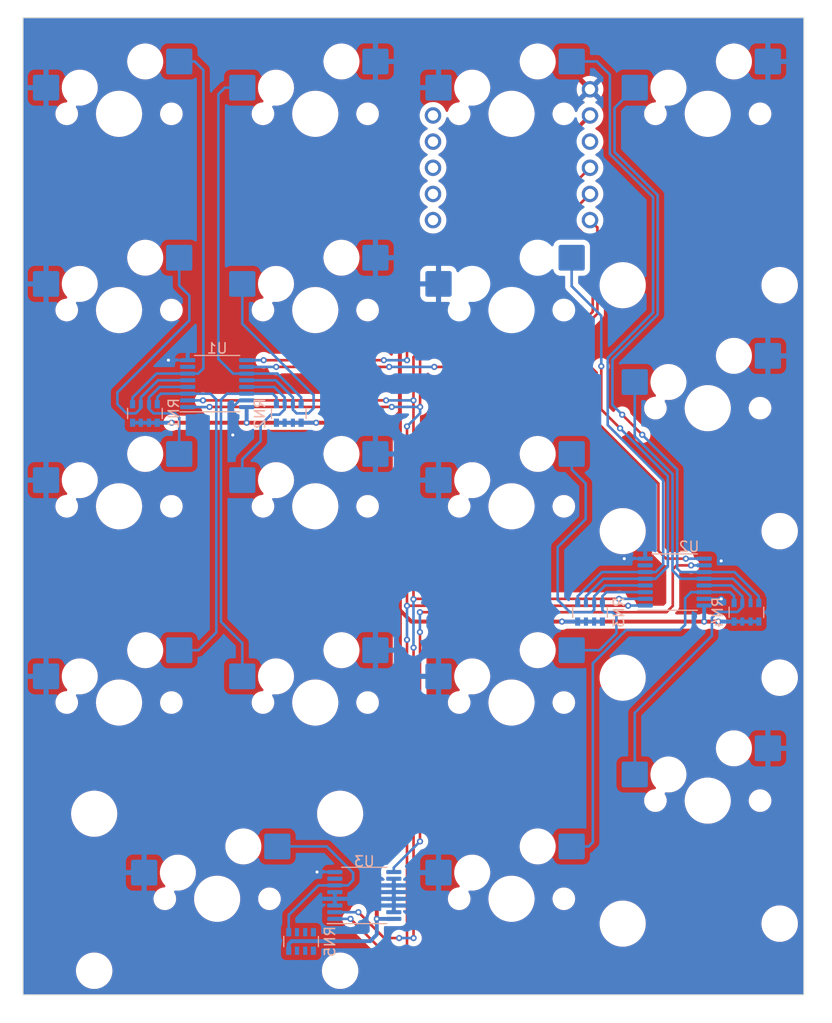
<source format=kicad_pcb>
(kicad_pcb (version 20221018) (generator pcbnew)
  (layers (0 "F.Cu" signal) (31 "B.Cu" signal) (34 "B.Paste" user) (35 "F.Paste" user) (36 "B.SilkS" user "B.Silkscreen") (37 "F.SilkS" user "F.Silkscreen") (38 "B.Mask" user) (39 "F.Mask" user) (44 "Edge.Cuts" user))
  (net 0 "")
  (net 2 "Net-(RN3-R4.2)")
  (net 3 "Net-(RN3-R3.2)")
  (net 4 "Net-(RN3-R2.2)")
  (net 5 "Net-(RN3-R1.2)")
  (net 6 "Net-(RN4-R1.1)")
  (net 7 "Net-(RN4-R2.1)")
  (net 8 "Net-(RN4-R3.1)")
  (net 9 "Net-(RN4-R4.1)")
  (net 13 "Net-(RN5-R4.2)")
  (net 17 "GND")
  (net 18 "Net-(U1-DS)")
  (net 19 "DATA")
  (net 20 "CLK")
  (net 21 "LD")
  (net 23 "Net-(U2-DS)")
  (net 31 "VDD")
  (net 32 "Net-(RN2-R4.1)")
  (net 33 "Net-(RN2-R3.1)")
  (net 34 "Net-(RN2-R2.1)")
  (net 35 "Net-(RN2-R1.1)")
  (net 36 "Net-(RN1-R4.2)")
  (net 37 "Net-(RN1-R3.2)")
  (net 38 "Net-(RN1-R2.2)")
  (net 39 "Net-(RN1-R1.2)")
  (footprint "MX_Hotswap:MX-Hotswap-1U" (layer "F.Cu") (at 107.95 93.82)
    (fp_text reference "SW7")
    (fp_text value "SW_SPST")
  )
  (footprint "MX_Hotswap:MX-Hotswap-2U-ReversedStabilizers" (layer "F.Cu") (at 98.425 131.92)
    (fp_text reference "SW17")
    (fp_text value "SW_SPST")
  )
  (footprint "MX_Hotswap:MX-Hotswap-1U" (layer "F.Cu") (at 107.95 112.87)
    (fp_text reference "SW8")
    (fp_text value "SW_SPST")
  )
  (footprint "MX_Hotswap:MX-Hotswap-1U" (layer "F.Cu") (at 107.95 55.72)
    (fp_text reference "SW5")
    (fp_text value "SW_SPST")
  )
  (footprint "MX_Hotswap:MX-Hotswap-1U" (layer "F.Cu") (at 127 112.87)
    (fp_text reference "SW12")
    (fp_text value "SW_SPST")
  )
  (footprint "MX_Hotswap:MX-Hotswap-2U-Vertical" (layer "F.Cu") (at 146.05 84.295)
    (fp_text reference "SW14")
    (fp_text value "SW_SPST")
  )
  (footprint "MX_Hotswap:MX-Hotswap-1U" (layer "F.Cu") (at 88.9 93.82)
    (fp_text reference "SW3")
    (fp_text value "SW_SPST")
  )
  (footprint "MX_Hotswap:MX-Hotswap-1U" (layer "F.Cu") (at 127 55.72)
    (fp_text reference "SW9")
    (fp_text value "SW_SPST")
  )
  (footprint "MX_Hotswap:MX-Hotswap-1U" (layer "F.Cu") (at 127 74.77)
    (fp_text reference "SW10")
    (fp_text value "SW_SPST")
  )
  (footprint "MX_Hotswap:MX-Hotswap-1U" (layer "F.Cu") (at 88.9 55.72)
    (fp_text reference "SW1")
    (fp_text value "SW_SPST")
  )
  (footprint "MX_Hotswap:MX-Hotswap-1U" (layer "F.Cu") (at 88.9 112.87)
    (fp_text reference "SW4")
    (fp_text value "SW_SPST")
  )
  (footprint "MX_Hotswap:MX-Hotswap-1U" (layer "F.Cu") (at 107.95 74.77)
    (fp_text reference "SW6")
    (fp_text value "SW_SPST")
  )
  (footprint "MX_Hotswap:MX-Hotswap-1U" (layer "F.Cu") (at 127 131.92)
    (fp_text reference "SW16")
    (fp_text value "SW_SPST")
  )
  (footprint "MX_Hotswap:MX-Hotswap-1U" (layer "F.Cu") (at 88.9 74.77)
    (fp_text reference "SW2")
    (fp_text value "SW_SPST")
  )
  (footprint "MX_Hotswap:MX-Hotswap-1U" (layer "F.Cu") (at 127 93.82)
    (fp_text reference "SW11")
    (fp_text value "SW_SPST")
  )
  (footprint "MX_Hotswap:MX-Hotswap-2U-Vertical" (layer "F.Cu") (at 146.05 122.395)
    (fp_text reference "SW15")
    (fp_text value "SW_SPST")
  )
  (footprint "MX_Hotswap:MX-Hotswap-1U" (layer "F.Cu") (at 146.05 55.72)
    (fp_text reference "SW13")
    (fp_text value "SW_SPST")
  )
  (footprint "Package_SO:TSSOP-16_4.4x5mm_P0.65mm" (layer "B.Cu") (at 112.7109 131.5977)
    (fp_text reference "U3")
    (fp_text value "74HC165")
  )
  (footprint "Package_SO:TSSOP-16_4.4x5mm_P0.65mm" (layer "B.Cu") (at 142.8415 101.1795)
    (fp_text reference "U2")
    (fp_text value "74HC165")
  )
  (footprint "Resistor_SMD:R_Array_Convex_4x0603" (layer "B.Cu") (at 149.8075 104.1115 -90)
    (fp_text reference "RN4")
    (fp_text value "R_Pack04" hide)
  )
  (footprint "Resistor_SMD:R_Array_Convex_4x0603" (layer "B.Cu") (at 105.3765 84.8075 -90)
    (fp_text reference "RN2")
    (fp_text value "R_Pack04" hide)
  )
  (footprint "Resistor_SMD:R_Array_Convex_4x0603" (layer "B.Cu") (at 91.4115 84.8075 90)
    (fp_text reference "RN1")
    (fp_text value "R_Pack04" hide)
  )
  (footprint "Resistor_SMD:R_Array_Convex_4x0603" (layer "B.Cu") (at 106.5734 136.0681 90)
    (fp_text reference "RN5")
    (fp_text value "R_Pack04" hide)
  )
  (footprint "RP2040_pinheader:rp2040" (layer "B.Cu") (at 127 58.26 180)
    (fp_text reference "U4")
    (fp_text value "MOUDLE-SEEEDUINO-XIAO")
  )
  (footprint "Package_SO:TSSOP-16_4.4x5mm_P0.65mm" (layer "B.Cu") (at 98.425 81.91375)
    (fp_text reference "U1")
    (fp_text value "74HC165")
  )
  (footprint "Resistor_SMD:R_Array_Convex_4x0603" (layer "B.Cu") (at 134.626 104.1115 90)
    (fp_text reference "RN3")
    (fp_text value "R_Pack04" hide)
  )
  (gr_rect (start 79.5765 46.391) (end 155.3765 141.241) (stroke (width 0.1)) (fill none) (layer "Edge.Cuts"))
  (segment (start 136.5508 59.615252) (end 140.7418 63.806252) (width 0.254) (layer "B.Cu") (net 2))
  (segment (start 141.7239 91.317248) (end 141.7239 99.4777) (width 0.254) (layer "B.Cu") (net 2))
  (segment (start 135.2788 50.64) (end 136.5508 51.912) (width 0.254) (layer "B.Cu") (net 2))
  (segment (start 132.842 50.64) (end 135.2788 50.64) (width 0.254) (layer "B.Cu") (net 2))
  (segment (start 140.9971 100.2045) (end 139.979 100.2045) (width 0.254) (layer "B.Cu") (net 2))
  (segment (start 141.7239 99.4777) (end 140.9971 100.2045) (width 0.254) (layer "B.Cu") (net 2))
  (segment (start 140.7418 63.806252) (end 140.7418 75.0175) (width 0.254) (layer "B.Cu") (net 2))
  (segment (start 136.5508 51.912) (end 136.5508 59.615252) (width 0.254) (layer "B.Cu") (net 2))
  (segment (start 133.426 103.2115) (end 133.426 102.5575) (width 0.254) (layer "B.Cu") (net 2))
  (segment (start 136.3428 79.4165) (end 136.3428 85.936148) (width 0.254) (layer "B.Cu") (net 2))
  (segment (start 140.7418 75.0175) (end 136.3428 79.4165) (width 0.254) (layer "B.Cu") (net 2))
  (segment (start 136.3428 85.936148) (end 141.7239 91.317248) (width 0.254) (layer "B.Cu") (net 2))
  (segment (start 135.779 100.2045) (end 139.979 100.2045) (width 0.254) (layer "B.Cu") (net 2))
  (segment (start 133.426 102.5575) (end 135.779 100.2045) (width 0.254) (layer "B.Cu") (net 2))
  (segment (start 135.7158 80.22505) (end 135.7158 84.423142) (width 0.254) (layer "F.Cu") (net 3))
  (segment (start 135.7158 84.423142) (end 137.543379 86.250721) (width 0.254) (layer "F.Cu") (net 3))
  (via (at 137.543379 86.250721) (size 0.6) (drill 0.3) (layers "F.Cu" "B.Cu") (net 3))
  (via (at 135.7158 80.22505) (size 0.6) (drill 0.3) (layers "F.Cu" "B.Cu") (net 3))
  (segment (start 134.226 102.5575) (end 135.929 100.8545) (width 0.254) (layer "B.Cu") (net 3))
  (segment (start 135.7158 75.3255) (end 135.7158 80.22505) (width 0.254) (layer "B.Cu") (net 3))
  (segment (start 142.1779 90.885242) (end 137.543379 86.250721) (width 0.254) (layer "B.Cu") (net 3))
  (segment (start 134.226 103.2115) (end 134.226 102.5575) (width 0.254) (layer "B.Cu") (net 3))
  (segment (start 139.979 100.8545) (end 140.989152 100.8545) (width 0.254) (layer "B.Cu") (net 3))
  (segment (start 142.1779 99.665752) (end 142.1779 90.885242) (width 0.254) (layer "B.Cu") (net 3))
  (segment (start 135.929 100.8545) (end 139.979 100.8545) (width 0.254) (layer "B.Cu") (net 3))
  (segment (start 132.842 69.69) (end 132.842 72.4517) (width 0.254) (layer "B.Cu") (net 3))
  (segment (start 140.989152 100.8545) (end 142.1779 99.665752) (width 0.254) (layer "B.Cu") (net 3))
  (segment (start 132.842 72.4517) (end 135.7158 75.3255) (width 0.254) (layer "B.Cu") (net 3))
  (segment (start 132.6764 104.1005) (end 134.791 104.1005) (width 0.254) (layer "B.Cu") (net 4))
  (segment (start 134.791 104.1005) (end 135.026 103.8655) (width 0.254) (layer "B.Cu") (net 4))
  (segment (start 131.4826 97.7759) (end 131.4826 102.9067) (width 0.254) (layer "B.Cu") (net 4))
  (segment (start 132.842 88.74) (end 132.842 90.244) (width 0.254) (layer "B.Cu") (net 4))
  (segment (start 135.026 103.2115) (end 135.026 102.5575) (width 0.254) (layer "B.Cu") (net 4))
  (segment (start 132.842 90.244) (end 134.2055 91.6075) (width 0.254) (layer "B.Cu") (net 4))
  (segment (start 135.026 102.5575) (end 136.079 101.5045) (width 0.254) (layer "B.Cu") (net 4))
  (segment (start 134.2055 95.053) (end 131.4826 97.7759) (width 0.254) (layer "B.Cu") (net 4))
  (segment (start 131.4826 102.9067) (end 132.6764 104.1005) (width 0.254) (layer "B.Cu") (net 4))
  (segment (start 134.2055 91.6075) (end 134.2055 95.053) (width 0.254) (layer "B.Cu") (net 4))
  (segment (start 136.079 101.5045) (end 139.979 101.5045) (width 0.254) (layer "B.Cu") (net 4))
  (segment (start 135.026 103.8655) (end 135.026 103.2115) (width 0.254) (layer "B.Cu") (net 4))
  (segment (start 135.826 103.8973) (end 135.826 103.2115) (width 0.254) (layer "B.Cu") (net 5))
  (segment (start 135.826 103.2115) (end 135.826 102.5511) (width 0.254) (layer "B.Cu") (net 5))
  (segment (start 136.2226 102.1545) (end 139.979 102.1545) (width 0.254) (layer "B.Cu") (net 5))
  (segment (start 137.1858 106.1325) (end 135.5283 107.79) (width 0.254) (layer "B.Cu") (net 5))
  (segment (start 135.826 102.5511) (end 136.2226 102.1545) (width 0.254) (layer "B.Cu") (net 5))
  (segment (start 136.0292 104.1005) (end 136.8048 104.1005) (width 0.254) (layer "B.Cu") (net 5))
  (segment (start 136.0292 104.1005) (end 135.826 103.8973) (width 0.254) (layer "B.Cu") (net 5))
  (segment (start 136.8048 104.1005) (end 137.1858 104.4815) (width 0.254) (layer "B.Cu") (net 5))
  (segment (start 135.5283 107.79) (end 132.842 107.79) (width 0.254) (layer "B.Cu") (net 5))
  (segment (start 137.1858 104.4815) (end 137.1858 106.1325) (width 0.254) (layer "B.Cu") (net 5))
  (segment (start 134.8998 109.060552) (end 134.8998 126.4186) (width 0.254) (layer "B.Cu") (net 6))
  (segment (start 148.2107 102.1545) (end 145.704 102.1545) (width 0.254) (layer "B.Cu") (net 6))
  (segment (start 143.8575 105.3197) (end 143.351948 105.825252) (width 0.254) (layer "B.Cu") (net 6))
  (segment (start 144.4319 102.1545) (end 143.8575 102.7289) (width 0.254) (layer "B.Cu") (net 6))
  (segment (start 132.842 126.84) (end 134.4784 126.84) (width 0.254) (layer "B.Cu") (net 6))
  (segment (start 148.6075 102.5513) (end 148.2107 102.1545) (width 0.254) (layer "B.Cu") (net 6))
  (segment (start 134.4784 126.84) (end 134.8998 126.4186) (width 0.254) (layer "B.Cu") (net 6))
  (segment (start 145.704 102.1545) (end 144.4319 102.1545) (width 0.254) (layer "B.Cu") (net 6))
  (segment (start 143.8575 102.7289) (end 143.8575 105.3197) (width 0.254) (layer "B.Cu") (net 6))
  (segment (start 143.351948 105.825252) (end 138.1351 105.825252) (width 0.254) (layer "B.Cu") (net 6))
  (segment (start 138.1351 105.825252) (end 134.8998 109.060552) (width 0.254) (layer "B.Cu") (net 6))
  (segment (start 148.6075 103.2115) (end 148.6075 102.5513) (width 0.254) (layer "B.Cu") (net 6))
  (segment (start 148.9375 104.0751) (end 149.4075 103.6051) (width 0.254) (layer "B.Cu") (net 7))
  (segment (start 149.4075 103.2115) (end 149.4075 102.5575) (width 0.254) (layer "B.Cu") (net 7))
  (segment (start 146.4565 104.644) (end 147.0254 104.0751) (width 0.254) (layer "B.Cu") (net 7))
  (segment (start 149.4075 103.6051) (end 149.4075 103.2115) (width 0.254) (layer "B.Cu") (net 7))
  (segment (start 147.0254 104.0751) (end 148.9375 104.0751) (width 0.254) (layer "B.Cu") (net 7))
  (segment (start 146.4565 106.3868) (end 146.4565 104.644) (width 0.254) (layer "B.Cu") (net 7))
  (segment (start 138.965 119.855) (end 138.965 113.8783) (width 0.254) (layer "B.Cu") (net 7))
  (segment (start 149.4075 102.5575) (end 148.3545 101.5045) (width 0.254) (layer "B.Cu") (net 7))
  (segment (start 148.3545 101.5045) (end 145.704 101.5045) (width 0.254) (layer "B.Cu") (net 7))
  (segment (start 138.965 113.8783) (end 146.4565 106.3868) (width 0.254) (layer "B.Cu") (net 7))
  (segment (start 142.6319 90.69719) (end 138.965 87.03029) (width 0.254) (layer "B.Cu") (net 8))
  (segment (start 150.2075 103.2115) (end 150.2075 102.5575) (width 0.254) (layer "B.Cu") (net 8))
  (segment (start 142.6319 100.0539) (end 142.6319 90.69719) (width 0.254) (layer "B.Cu") (net 8))
  (segment (start 145.704 100.8545) (end 143.4325 100.8545) (width 0.254) (layer "B.Cu") (net 8))
  (segment (start 150.2075 102.5575) (end 148.5045 100.8545) (width 0.254) (layer "B.Cu") (net 8))
  (segment (start 143.4325 100.8545) (end 142.6319 100.0539) (width 0.254) (layer "B.Cu") (net 8))
  (segment (start 138.965 87.03029) (end 138.965 81.755) (width 0.254) (layer "B.Cu") (net 8))
  (segment (start 148.5045 100.8545) (end 145.704 100.8545) (width 0.254) (layer "B.Cu") (net 8))
  (segment (start 138.766716 85.946) (end 137.750716 84.93) (width 0.254) (layer "F.Cu") (net 9))
  (segment (start 138.766716 85.946) (end 139.695608 86.874892) (width 0.254) (layer "F.Cu") (net 9))
  (via (at 139.695608 86.874892) (size 0.6) (drill 0.3) (layers "F.Cu" "B.Cu") (net 9))
  (via (at 137.750716 84.93) (size 0.6) (drill 0.3) (layers "F.Cu" "B.Cu") (net 9))
  (segment (start 136.7968 79.604552) (end 141.1958 75.205552) (width 0.254) (layer "B.Cu") (net 9))
  (segment (start 148.6545 100.2045) (end 145.704 100.2045) (width 0.254) (layer "B.Cu") (net 9))
  (segment (start 137.0048 55.1402) (end 138.965 53.18) (width 0.254) (layer "B.Cu") (net 9))
  (segment (start 143.0859 99.865848) (end 143.424552 100.2045) (width 0.254) (layer "B.Cu") (net 9))
  (segment (start 137.0048 59.4272) (end 137.0048 55.1402) (width 0.254) (layer "B.Cu") (net 9))
  (segment (start 136.7968 83.976084) (end 136.7968 79.604552) (width 0.254) (layer "B.Cu") (net 9))
  (segment (start 151.0075 102.5575) (end 148.6545 100.2045) (width 0.254) (layer "B.Cu") (net 9))
  (segment (start 139.695608 86.874892) (end 143.0859 90.265184) (width 0.254) (layer "B.Cu") (net 9))
  (segment (start 143.0859 90.265184) (end 143.0859 99.865848) (width 0.254) (layer "B.Cu") (net 9))
  (segment (start 151.0075 103.2115) (end 151.0075 102.5575) (width 0.254) (layer "B.Cu") (net 9))
  (segment (start 143.424552 100.2045) (end 145.704 100.2045) (width 0.254) (layer "B.Cu") (net 9))
  (segment (start 137.750716 84.93) (end 136.7968 83.976084) (width 0.254) (layer "B.Cu") (net 9))
  (segment (start 141.1958 63.6182) (end 137.0048 59.4272) (width 0.254) (layer "B.Cu") (net 9))
  (segment (start 141.1958 75.205552) (end 141.1958 63.6182) (width 0.254) (layer "B.Cu") (net 9))
  (segment (start 109.066 126.84) (end 111.6249 129.3989) (width 0.254) (layer "B.Cu") (net 13))
  (segment (start 111.6249 130.1101) (end 111.1123 130.6227) (width 0.254) (layer "B.Cu") (net 13))
  (segment (start 105.3734 133.501231) (end 108.251931 130.6227) (width 0.254) (layer "B.Cu") (net 13))
  (segment (start 111.1123 130.6227) (end 109.8484 130.6227) (width 0.254) (layer "B.Cu") (net 13))
  (segment (start 111.6249 129.3989) (end 111.6249 130.1101) (width 0.254) (layer "B.Cu") (net 13))
  (segment (start 108.251931 130.6227) (end 109.8484 130.6227) (width 0.254) (layer "B.Cu") (net 13))
  (segment (start 104.267 126.84) (end 109.066 126.84) (width 0.254) (layer "B.Cu") (net 13))
  (segment (start 105.3734 135.1681) (end 105.3734 133.501231) (width 0.254) (layer "B.Cu") (net 13))
  (segment (start 147.355 102.8045) (end 147.355 99.1215) (width 0.254) (layer "F.Cu") (net 17))
  (via (at 99.9424 86.8971) (size 0.6) (drill 0.3) (layers "F.Cu" "B.Cu") (net 17))
  (via (at 137.947 98.9045) (size 0.6) (drill 0.3) (layers "F.Cu" "B.Cu") (net 17))
  (via (at 147.355 99.1215) (size 0.6) (drill 0.3) (layers "F.Cu" "B.Cu") (net 17))
  (via (at 147.355 102.8045) (size 0.6) (drill 0.3) (layers "F.Cu" "B.Cu") (net 17))
  (via (at 93.694 79.6327) (size 0.6) (drill 0.3) (layers "F.Cu" "B.Cu") (net 17))
  (via (at 108.1212 129.3227) (size 0.6) (drill 0.3) (layers "F.Cu" "B.Cu") (net 17))
  (segment (start 109.8484 129.3227) (end 108.1212 129.3227) (width 0.254) (layer "B.Cu") (net 17))
  (segment (start 101.2875 83.53875) (end 100.596131 83.53875) (width 0.254) (layer "B.Cu") (net 17))
  (segment (start 100.596131 83.53875) (end 99.9424 84.192481) (width 0.254) (layer "B.Cu") (net 17))
  (segment (start 99.9424 84.192481) (end 99.9424 85.0175) (width 0.254) (layer "B.Cu") (net 17))
  (segment (start 99.9424 85.0175) (end 99.9424 86.8971) (width 0.254) (layer "B.Cu") (net 17))
  (segment (start 145.704 102.8045) (end 147.355 102.8045) (width 0.254) (layer "B.Cu") (net 17))
  (segment (start 139.979 98.9045) (end 137.947 98.9045) (width 0.254) (layer "B.Cu") (net 17))
  (segment (start 95.5625 79.63875) (end 93.70005 79.63875) (width 0.254) (layer "B.Cu") (net 17))
  (segment (start 93.70005 79.63875) (end 93.694 79.6327) (width 0.254) (layer "B.Cu") (net 17))
  (segment (start 135.2618 80.85075) (end 134.6998 80.28875) (width 0.254) (layer "F.Cu") (net 18))
  (segment (start 141.259 98.1425) (end 141.259 91.61025) (width 0.254) (layer "F.Cu") (net 18))
  (segment (start 134.6998 80.28875) (end 119.507 80.28875) (width 0.254) (layer "F.Cu") (net 18))
  (segment (start 142.021 98.9045) (end 141.259 98.1425) (width 0.254) (layer "F.Cu") (net 18))
  (segment (start 143.926 98.9045) (end 142.021 98.9045) (width 0.254) (layer "F.Cu") (net 18))
  (segment (start 135.2618 85.61305) (end 135.2618 80.85075) (width 0.254) (layer "F.Cu") (net 18))
  (segment (start 115.1265 80.28875) (end 104.1565 80.28875) (width 0.254) (layer "F.Cu") (net 18))
  (segment (start 141.259 91.61025) (end 135.2618 85.61305) (width 0.254) (layer "F.Cu") (net 18))
  (via (at 143.926 98.9045) (size 0.6) (drill 0.3) (layers "F.Cu" "B.Cu") (net 18))
  (via (at 104.1565 80.28875) (size 0.6) (drill 0.3) (layers "F.Cu" "B.Cu") (net 18))
  (via (at 119.507 80.28875) (size 0.6) (drill 0.3) (layers "F.Cu" "B.Cu") (net 18))
  (via (at 115.1265 80.28875) (size 0.6) (drill 0.3) (layers "F.Cu" "B.Cu") (net 18))
  (segment (start 116.8565 80.28875) (end 119.507 80.28875) (width 0.254) (layer "B.Cu") (net 18))
  (segment (start 116.8565 80.28875) (end 115.1265 80.28875) (width 0.254) (layer "B.Cu") (net 18))
  (segment (start 145.704 98.9045) (end 143.926 98.9045) (width 0.254) (layer "B.Cu") (net 18))
  (segment (start 101.2875 80.28875) (end 104.1565 80.28875) (width 0.254) (layer "B.Cu") (net 18))
  (segment (start 121.44 67.42) (end 131.497948 67.42) (width 0.254) (layer "F.Cu") (net 19))
  (segment (start 131.497948 67.42) (end 132.389 66.528948) (width 0.254) (layer "F.Cu") (net 19))
  (segment (start 116.8565 72.0035) (end 121.44 67.42) (width 0.254) (layer "F.Cu") (net 19))
  (segment (start 132.389 63.191) (end 134.62 60.96) (width 0.254) (layer "F.Cu") (net 19))
  (segment (start 132.389 66.528948) (end 132.389 63.191) (width 0.254) (layer "F.Cu") (net 19))
  (segment (start 114.6065 79.63875) (end 102.9385 79.63875) (width 0.254) (layer "F.Cu") (net 19))
  (segment (start 116.8565 79.63875) (end 116.8565 72.0035) (width 0.254) (layer "F.Cu") (net 19))
  (via (at 116.8565 79.63875) (size 0.6) (drill 0.3) (layers "F.Cu" "B.Cu") (net 19))
  (via (at 102.9385 79.63875) (size 0.6) (drill 0.3) (layers "F.Cu" "B.Cu") (net 19))
  (via (at 114.6065 79.63875) (size 0.6) (drill 0.3) (layers "F.Cu" "B.Cu") (net 19))
  (segment (start 101.2875 79.63875) (end 102.9385 79.63875) (width 0.254) (layer "B.Cu") (net 19))
  (segment (start 116.8565 79.63875) (end 114.6065 79.63875) (width 0.254) (layer "B.Cu") (net 19))
  (segment (start 117.483 102.84117) (end 117.483 85.81467) (width 0.254) (layer "F.Cu") (net 20))
  (segment (start 134.886 68.266) (end 134.886 74.931948) (width 0.254) (layer "F.Cu") (net 20))
  (segment (start 132.351948 77.466) (end 119.351948 77.466) (width 0.254) (layer "F.Cu") (net 20))
  (segment (start 117.483 83.53875) (end 117.483 85.81467) (width 0.254) (layer "F.Cu") (net 20))
  (segment (start 119.351948 77.466) (end 117.483 79.334948) (width 0.254) (layer "F.Cu") (net 20))
  (segment (start 133.04 66.42) (end 134.886 68.266) (width 0.254) (layer "F.Cu") (net 20))
  (segment (start 117.483 79.334948) (end 117.483 83.53875) (width 0.254) (layer "F.Cu") (net 20))
  (segment (start 116.0945 135.73417) (end 114.64587 135.73417) (width 0.254) (layer "F.Cu") (net 20))
  (segment (start 137.439 102.8045) (end 122.326 102.8045) (width 0.254) (layer "F.Cu") (net 20))
  (segment (start 114.64587 135.73417) (end 112.1344 133.2227) (width 0.254) (layer "F.Cu") (net 20))
  (segment (start 114.8234 83.53875) (end 97.053 83.53875) (width 0.254) (layer "F.Cu") (net 20))
  (segment (start 117.4915 134.97217) (end 117.4915 135.73417) (width 0.254) (layer "F.Cu") (net 20))
  (segment (start 122.326 102.8045) (end 117.51967 102.8045) (width 0.254) (layer "F.Cu") (net 20))
  (segment (start 117.4915 107.54017) (end 117.4915 134.97217) (width 0.254) (layer "F.Cu") (net 20))
  (segment (start 134.886 74.931948) (end 132.351948 77.466) (width 0.254) (layer "F.Cu") (net 20))
  (segment (start 134.62 63.5) (end 133.04 65.08) (width 0.254) (layer "F.Cu") (net 20))
  (segment (start 133.04 65.08) (end 133.04 66.42) (width 0.254) (layer "F.Cu") (net 20))
  (segment (start 117.51967 102.8045) (end 117.483 102.84117) (width 0.254) (layer "F.Cu") (net 20))
  (via (at 137.439 102.8045) (size 0.6) (drill 0.3) (layers "F.Cu" "B.Cu") (net 20))
  (via (at 97.053 83.53875) (size 0.6) (drill 0.3) (layers "F.Cu" "B.Cu") (net 20))
  (via (at 117.483 83.53875) (size 0.6) (drill 0.3) (layers "F.Cu" "B.Cu") (net 20))
  (via (at 117.4915 135.73417) (size 0.6) (drill 0.3) (layers "F.Cu" "B.Cu") (net 20))
  (via (at 112.1344 133.2227) (size 0.6) (drill 0.3) (layers "F.Cu" "B.Cu") (net 20))
  (via (at 114.8234 83.53875) (size 0.6) (drill 0.3) (layers "F.Cu" "B.Cu") (net 20))
  (via (at 117.483 102.84117) (size 0.6) (drill 0.3) (layers "F.Cu" "B.Cu") (net 20))
  (via (at 117.4915 107.54017) (size 0.6) (drill 0.3) (layers "F.Cu" "B.Cu") (net 20))
  (via (at 116.0945 135.73417) (size 0.6) (drill 0.3) (layers "F.Cu" "B.Cu") (net 20))
  (segment (start 109.8484 133.2227) (end 112.1344 133.2227) (width 0.254) (layer "B.Cu") (net 20))
  (segment (start 114.8234 83.53875) (end 117.483 83.53875) (width 0.254) (layer "B.Cu") (net 20))
  (segment (start 117.483 107.53167) (end 117.4915 107.54017) (width 0.254) (layer "B.Cu") (net 20))
  (segment (start 95.5625 83.53875) (end 97.053 83.53875) (width 0.254) (layer "B.Cu") (net 20))
  (segment (start 117.483 102.84117) (end 117.483 107.53167) (width 0.254) (layer "B.Cu") (net 20))
  (segment (start 139.979 102.8045) (end 137.439 102.8045) (width 0.254) (layer "B.Cu") (net 20))
  (segment (start 117.4915 135.73417) (end 116.0945 135.73417) (width 0.254) (layer "B.Cu") (net 20))
  (segment (start 138.328 103.474) (end 121.129 103.474) (width 0.254) (layer "F.Cu") (net 21))
  (segment (start 111.3724 133.8727) (end 114.37687 136.87717) (width 0.254) (layer "F.Cu") (net 21))
  (segment (start 121.129 103.474) (end 116.85867 103.474) (width 0.254) (layer "F.Cu") (net 21))
  (segment (start 134.62 66.04) (end 135.34 66.76) (width 0.254) (layer "F.Cu") (net 21))
  (segment (start 132.54 77.92) (end 119.54 77.92) (width 0.254) (layer "F.Cu") (net 21))
  (segment (start 116.85867 103.474) (end 116.8565 103.47617) (width 0.254) (layer "F.Cu") (net 21))
  (segment (start 119.54 77.92) (end 118.1265 79.3335) (width 0.254) (layer "F.Cu") (net 21))
  (segment (start 135.34 75.12) (end 132.54 77.92) (width 0.254) (layer "F.Cu") (net 21))
  (segment (start 114.37687 136.87717) (end 116.8565 136.87717) (width 0.254) (layer "F.Cu") (net 21))
  (segment (start 118.1265 79.3335) (end 118.1265 84.17375) (width 0.254) (layer "F.Cu") (net 21))
  (segment (start 135.34 66.76) (end 135.34 75.12) (width 0.254) (layer "F.Cu") (net 21))
  (segment (start 116.8565 106.77817) (end 116.8565 136.87717) (width 0.254) (layer "F.Cu") (net 21))
  (segment (start 116.8565 103.47617) (end 116.8565 86.06375) (width 0.254) (layer "F.Cu") (net 21))
  (segment (start 115.3765 84.17375) (end 97.688 84.17375) (width 0.254) (layer "F.Cu") (net 21))
  (via (at 116.8565 106.77817) (size 0.6) (drill 0.3) (layers "F.Cu" "B.Cu") (net 21))
  (via (at 116.8565 86.06375) (size 0.6) (drill 0.3) (layers "F.Cu" "B.Cu") (net 21))
  (via (at 138.328 103.474) (size 0.6) (drill 0.3) (layers "F.Cu" "B.Cu") (net 21))
  (via (at 118.1265 84.17375) (size 0.6) (drill 0.3) (layers "F.Cu" "B.Cu") (net 21))
  (via (at 115.3765 84.17375) (size 0.6) (drill 0.3) (layers "F.Cu" "B.Cu") (net 21))
  (via (at 116.8565 103.47617) (size 0.6) (drill 0.3) (layers "F.Cu" "B.Cu") (net 21))
  (via (at 111.3724 133.8727) (size 0.6) (drill 0.3) (layers "F.Cu" "B.Cu") (net 21))
  (via (at 97.688 84.17375) (size 0.6) (drill 0.3) (layers "F.Cu" "B.Cu") (net 21))
  (segment (start 109.8484 133.8727) (end 111.3724 133.8727) (width 0.254) (layer "B.Cu") (net 21))
  (segment (start 139.979 103.4545) (end 138.3475 103.4545) (width 0.254) (layer "B.Cu") (net 21))
  (segment (start 97.673 84.18875) (end 97.688 84.17375) (width 0.254) (layer "B.Cu") (net 21))
  (segment (start 116.8565 84.17375) (end 118.1265 84.17375) (width 0.254) (layer "B.Cu") (net 21))
  (segment (start 95.5625 84.18875) (end 97.673 84.18875) (width 0.254) (layer "B.Cu") (net 21))
  (segment (start 118.1265 84.17375) (end 118.1265 84.79375) (width 0.254) (layer "B.Cu") (net 21))
  (segment (start 118.1265 84.79375) (end 116.8565 86.06375) (width 0.254) (layer "B.Cu") (net 21))
  (segment (start 138.3475 103.4545) (end 138.328 103.474) (width 0.254) (layer "B.Cu") (net 21))
  (segment (start 116.8565 103.47617) (end 116.8565 106.77817) (width 0.254) (layer "B.Cu") (net 21))
  (segment (start 116.8565 84.17375) (end 115.3765 84.17375) (width 0.254) (layer "B.Cu") (net 21))
  (segment (start 118.1095 106.0315) (end 118.1185 106.0405) (width 0.254) (layer "F.Cu") (net 23))
  (segment (start 142.0465 104.101) (end 118.11 104.101) (width 0.254) (layer "F.Cu") (net 23))
  (segment (start 118.1185 126.351) (end 118.118 126.3515) (width 0.254) (layer "F.Cu") (net 23))
  (segment (start 118.1185 106.0405) (end 118.1185 126.351) (width 0.254) (layer "F.Cu") (net 23))
  (segment (start 118.11 104.101) (end 118.1095 104.1005) (width 0.254) (layer "F.Cu") (net 23))
  (segment (start 144.434 99.5545) (end 143.037 99.5545) (width 0.254) (layer "F.Cu") (net 23))
  (segment (start 143.037 99.5545) (end 142.656 99.9355) (width 0.254) (layer "F.Cu") (net 23))
  (segment (start 142.656 103.4915) (end 142.0465 104.101) (width 0.254) (layer "F.Cu") (net 23))
  (segment (start 142.656 99.9355) (end 142.656 103.4915) (width 0.254) (layer "F.Cu") (net 23))
  (via (at 118.118 126.3515) (size 0.6) (drill 0.3) (layers "F.Cu" "B.Cu") (net 23))
  (via (at 118.1095 104.1005) (size 0.6) (drill 0.3) (layers "F.Cu" "B.Cu") (net 23))
  (via (at 144.434 99.5545) (size 0.6) (drill 0.3) (layers "F.Cu" "B.Cu") (net 23))
  (via (at 118.1095 106.0315) (size 0.6) (drill 0.3) (layers "F.Cu" "B.Cu") (net 23))
  (segment (start 145.704 99.5545) (end 144.434 99.5545) (width 0.254) (layer "B.Cu") (net 23))
  (segment (start 118.1095 104.1005) (end 118.1095 106.0315) (width 0.254) (layer "B.Cu") (net 23))
  (segment (start 115.5734 128.8961) (end 115.5734 129.3227) (width 0.254) (layer "B.Cu") (net 23))
  (segment (start 118.118 126.3515) (end 115.5734 128.8961) (width 0.254) (layer "B.Cu") (net 23))
  (segment (start 115.1665 85.7075) (end 116.1665 84.7075) (width 0.381) (layer "F.Cu") (net 31))
  (segment (start 113.9224 133.8727) (end 113.9224 128.1577) (width 0.381) (layer "F.Cu") (net 31))
  (segment (start 132.943 57.557) (end 134.62 55.88) (width 0.381) (layer "F.Cu") (net 31))
  (segment (start 131.283592 66.9025) (end 121.225645 66.902499) (width 0.381) (layer "F.Cu") (net 31))
  (segment (start 116.1665 125.9136) (end 116.1665 103.9007) (width 0.381) (layer "F.Cu") (net 31))
  (segment (start 116.1665 71.961644) (end 116.1665 84.7075) (width 0.381) (layer "F.Cu") (net 31))
  (segment (start 116.1665 103.9007) (end 116.1665 84.7075) (width 0.381) (layer "F.Cu") (net 31))
  (segment (start 147.0835 105.0115) (end 145.704 105.0115) (width 0.381) (layer "F.Cu") (net 31))
  (segment (start 131.902 105.0115) (end 117.2773 105.0115) (width 0.381) (layer "F.Cu") (net 31))
  (segment (start 121.225645 66.902499) (end 116.1665 71.961644) (width 0.381) (layer "F.Cu") (net 31))
  (segment (start 132.943 61.656064) (end 132.943 57.557) (width 0.381) (layer "F.Cu") (net 31))
  (segment (start 117.2773 105.0115) (end 116.1665 103.9007) (width 0.381) (layer "F.Cu") (net 31))
  (segment (start 113.9224 128.1577) (end 116.1665 125.9136) (width 0.381) (layer "F.Cu") (net 31))
  (segment (start 131.8715 66.314592) (end 131.283592 66.9025) (width 0.381) (layer "F.Cu") (net 31))
  (segment (start 131.8715 62.727564) (end 131.8715 66.314592) (width 0.381) (layer "F.Cu") (net 31))
  (segment (start 145.704 105.0115) (end 131.902 105.0115) (width 0.381) (layer "F.Cu") (net 31))
  (segment (start 108.0375 85.7075) (end 101.2875 85.7075) (width 0.381) (layer "F.Cu") (net 31))
  (segment (start 132.943 61.656064) (end 131.8715 62.727564) (width 0.381) (layer "F.Cu") (net 31))
  (segment (start 108.0375 85.7075) (end 115.1665 85.7075) (width 0.381) (layer "F.Cu") (net 31))
  (segment (start 94.0085 85.7075) (end 101.2875 85.7075) (width 0.381) (layer "F.Cu") (net 31))
  (via (at 147.0835 105.0115) (size 0.6) (drill 0.3) (layers "F.Cu" "B.Cu") (net 31))
  (via (at 108.0375 85.7075) (size 0.6) (drill 0.3) (layers "F.Cu" "B.Cu") (net 31))
  (via (at 101.2875 85.7075) (size 0.6) (drill 0.3) (layers "F.Cu" "B.Cu") (net 31))
  (via (at 113.9224 133.8727) (size 0.6) (drill 0.3) (layers "F.Cu" "B.Cu") (net 31))
  (via (at 94.0085 85.7075) (size 0.6) (drill 0.3) (layers "F.Cu" "B.Cu") (net 31))
  (via (at 145.704 105.0115) (size 0.6) (drill 0.3) (layers "F.Cu" "B.Cu") (net 31))
  (via (at 131.902 105.0115) (size 0.6) (drill 0.3) (layers "F.Cu" "B.Cu") (net 31))
  (segment (start 104.1765 85.7075) (end 108.0375 85.7075) (width 0.381) (layer "B.Cu") (net 31))
  (segment (start 90.2115 85.7075) (end 94.0085 85.7075) (width 0.381) (layer "B.Cu") (net 31))
  (segment (start 115.5734 133.8727) (end 113.9224 133.8727) (width 0.381) (layer "B.Cu") (net 31))
  (segment (start 145.704 103.4545) (end 145.704 105.0115) (width 0.381) (layer "B.Cu") (net 31))
  (segment (start 113.9224 133.8727) (end 113.9224 135.3967) (width 0.381) (layer "B.Cu") (net 31))
  (segment (start 105.6558 136.0317) (end 105.3734 136.3141) (width 0.381) (layer "B.Cu") (net 31))
  (segment (start 151.0075 105.0115) (end 147.0835 105.0115) (width 0.381) (layer "B.Cu") (net 31))
  (segment (start 113.9224 135.3967) (end 113.2874 136.0317) (width 0.381) (layer "B.Cu") (net 31))
  (segment (start 113.2874 136.0317) (end 105.6558 136.0317) (width 0.381) (layer "B.Cu") (net 31))
  (segment (start 135.826 105.0115) (end 131.902 105.0115) (width 0.381) (layer "B.Cu") (net 31))
  (segment (start 105.3734 136.3141) (end 105.3734 136.9681) (width 0.381) (layer "B.Cu") (net 31))
  (segment (start 101.2875 84.18875) (end 101.2875 85.7075) (width 0.381) (layer "B.Cu") (net 31))
  (segment (start 99.17585 53.18) (end 100.865 53.18) (width 0.254) (layer "B.Cu") (net 32))
  (segment (start 101.2875 80.93875) (end 99.9667 80.93875) (width 0.254) (layer "B.Cu") (net 32))
  (segment (start 104.24675 80.93875) (end 104.25775 80.92775) (width 0.254) (layer "B.Cu") (net 32))
  (segment (start 98.5443 79.51635) (end 98.5443 53.81155) (width 0.254) (layer "B.Cu") (net 32))
  (segment (start 98.5443 53.81155) (end 99.17585 53.18) (width 0.254) (layer "B.Cu") (net 32))
  (segment (start 101.2875 80.93875) (end 104.24675 80.93875) (width 0.254) (layer "B.Cu") (net 32))
  (segment (start 104.25775 80.92775) (end 106.5765 83.2465) (width 0.254) (layer "B.Cu") (net 32))
  (segment (start 99.9667 80.93875) (end 98.5443 79.51635) (width 0.254) (layer "B.Cu") (net 32))
  (segment (start 106.5765 83.2465) (end 106.5765 83.9075) (width 0.254) (layer "B.Cu") (net 32))
  (segment (start 107.7895 83.0185) (end 107.7895 84.2885) (width 0.254) (layer "B.Cu") (net 33))
  (segment (start 106.1385 84.7965) (end 105.7765 84.4345) (width 0.254) (layer "B.Cu") (net 33))
  (segment (start 101.2875 81.58875) (end 104.09675 81.58875) (width 0.254) (layer "B.Cu") (net 33))
  (segment (start 104.10775 81.57775) (end 105.7765 83.2465) (width 0.254) (layer "B.Cu") (net 33))
  (segment (start 105.7765 83.2465) (end 105.7765 83.9075) (width 0.254) (layer "B.Cu") (net 33))
  (segment (start 100.865 72.23) (end 100.865 76.094) (width 0.254) (layer "B.Cu") (net 33))
  (segment (start 100.865 76.094) (end 107.7895 83.0185) (width 0.254) (layer "B.Cu") (net 33))
  (segment (start 107.7895 84.2885) (end 107.2815 84.7965) (width 0.254) (layer "B.Cu") (net 33))
  (segment (start 107.2815 84.7965) (end 106.1385 84.7965) (width 0.254) (layer "B.Cu") (net 33))
  (segment (start 104.09675 81.58875) (end 104.10775 81.57775) (width 0.254) (layer "B.Cu") (net 33))
  (segment (start 105.7765 84.4345) (end 105.7765 83.9075) (width 0.254) (layer "B.Cu") (net 33))
  (segment (start 104.9765 83.2465) (end 104.9765 83.9075) (width 0.254) (layer "B.Cu") (net 34))
  (segment (start 103.95775 82.22775) (end 104.9765 83.2465) (width 0.254) (layer "B.Cu") (net 34))
  (segment (start 100.865 89.265) (end 102.6445 87.4855) (width 0.254) (layer "B.Cu") (net 34))
  (segment (start 101.2875 82.23875) (end 103.94675 82.23875) (width 0.254) (layer "B.Cu") (net 34))
  (segment (start 103.6455 84.9235) (end 104.47275 84.9235) (width 0.254) (layer "B.Cu") (net 34))
  (segment (start 104.9765 84.41975) (end 104.9765 83.9075) (width 0.254) (layer "B.Cu") (net 34))
  (segment (start 102.6445 87.4855) (end 102.6445 85.9245) (width 0.254) (layer "B.Cu") (net 34))
  (segment (start 102.6445 85.9245) (end 103.6455 84.9235) (width 0.254) (layer "B.Cu") (net 34))
  (segment (start 100.865 91.28) (end 100.865 89.265) (width 0.254) (layer "B.Cu") (net 34))
  (segment (start 103.94675 82.23875) (end 103.95775 82.22775) (width 0.254) (layer "B.Cu") (net 34))
  (segment (start 104.47275 84.9235) (end 104.9765 84.41975) (width 0.254) (layer "B.Cu") (net 34))
  (segment (start 104.1765 83.2449) (end 104.1765 83.9075) (width 0.254) (layer "B.Cu") (net 35))
  (segment (start 103.80935 82.87775) (end 104.1765 83.2449) (width 0.254) (layer "B.Cu") (net 35))
  (segment (start 98.7951 105.03435) (end 100.865 107.10425) (width 0.254) (layer "B.Cu") (net 35))
  (segment (start 99.3825 82.88875) (end 98.7951 83.47615) (width 0.254) (layer "B.Cu") (net 35))
  (segment (start 100.865 107.10425) (end 100.865 110.33) (width 0.254) (layer "B.Cu") (net 35))
  (segment (start 103.79835 82.88875) (end 103.80935 82.87775) (width 0.254) (layer "B.Cu") (net 35))
  (segment (start 98.7951 83.47615) (end 98.7951 105.03435) (width 0.254) (layer "B.Cu") (net 35))
  (segment (start 101.2875 82.88875) (end 99.3825 82.88875) (width 0.254) (layer "B.Cu") (net 35))
  (segment (start 101.2875 82.88875) (end 103.79835 82.88875) (width 0.254) (layer "B.Cu") (net 35))
  (segment (start 90.2115 83.2575) (end 90.2115 83.9075) (width 0.254) (layer "B.Cu") (net 36))
  (segment (start 92.53025 80.93875) (end 90.2115 83.2575) (width 0.254) (layer "B.Cu") (net 36))
  (segment (start 96.25175 50.64) (end 94.742 50.64) (width 0.254) (layer "B.Cu") (net 36))
  (segment (start 96.5785 80.93875) (end 97.0865 80.43075) (width 0.254) (layer "B.Cu") (net 36))
  (segment (start 95.5625 80.93875) (end 96.5785 80.93875) (width 0.254) (layer "B.Cu") (net 36))
  (segment (start 97.0865 51.47475) (end 96.25175 50.64) (width 0.254) (layer "B.Cu") (net 36))
  (segment (start 95.5625 80.93875) (end 92.53025 80.93875) (width 0.254) (layer "B.Cu") (net 36))
  (segment (start 97.0865 80.43075) (end 97.0865 51.47475) (width 0.254) (layer "B.Cu") (net 36))
  (segment (start 91.0115 83.2575) (end 91.0115 83.9075) (width 0.254) (layer "B.Cu") (net 37))
  (segment (start 95.7245 73.3665) (end 95.7245 75.7795) (width 0.254) (layer "B.Cu") (net 37))
  (segment (start 94.742 69.69) (end 94.742 72.384) (width 0.254) (layer "B.Cu") (net 37))
  (segment (start 95.5625 81.58875) (end 92.68025 81.58875) (width 0.254) (layer "B.Cu") (net 37))
  (segment (start 89.6285 84.7965) (end 90.5175 84.7965) (width 0.254) (layer "B.Cu") (net 37))
  (segment (start 91.0115 84.3025) (end 91.0115 83.9075) (width 0.254) (layer "B.Cu") (net 37))
  (segment (start 92.68025 81.58875) (end 91.0115 83.2575) (width 0.254) (layer "B.Cu") (net 37))
  (segment (start 95.7245 75.7795) (end 88.7395 82.7645) (width 0.254) (layer "B.Cu") (net 37))
  (segment (start 90.5175 84.7965) (end 91.0115 84.3025) (width 0.254) (layer "B.Cu") (net 37))
  (segment (start 94.742 72.384) (end 95.7245 73.3665) (width 0.254) (layer "B.Cu") (net 37))
  (segment (start 88.7395 83.9075) (end 89.6285 84.7965) (width 0.254) (layer "B.Cu") (net 37))
  (segment (start 88.7395 82.7645) (end 88.7395 83.9075) (width 0.254) (layer "B.Cu") (net 37))
  (segment (start 94.3275 84.7965) (end 92.2465 84.7965) (width 0.254) (layer "B.Cu") (net 38))
  (segment (start 95.5625 82.23875) (end 92.83025 82.23875) (width 0.254) (layer "B.Cu") (net 38))
  (segment (start 91.8115 84.3615) (end 91.8115 83.9075) (width 0.254) (layer "B.Cu") (net 38))
  (segment (start 94.742 88.74) (end 94.742 85.211) (width 0.254) (layer "B.Cu") (net 38))
  (segment (start 92.83025 82.23875) (end 91.8115 83.2575) (width 0.254) (layer "B.Cu") (net 38))
  (segment (start 94.742 85.211) (end 94.3275 84.7965) (width 0.254) (layer "B.Cu") (net 38))
  (segment (start 91.8115 83.2575) (end 91.8115 83.9075) (width 0.254) (layer "B.Cu") (net 38))
  (segment (start 92.2465 84.7965) (end 91.8115 84.3615) (width 0.254) (layer "B.Cu") (net 38))
  (segment (start 95.55985 82.8861) (end 92.9671 82.8861) (width 0.254) (layer "B.Cu") (net 39))
  (segment (start 92.9671 82.8861) (end 92.6115 83.2417) (width 0.254) (layer "B.Cu") (net 39))
  (segment (start 92.6115 83.2417) (end 92.6115 83.9075) (width 0.254) (layer "B.Cu") (net 39))
  (segment (start 95.5625 82.88875) (end 95.55985 82.8861) (width 0.254) (layer "B.Cu") (net 39))
  (segment (start 94.742 107.79) (end 96.61045 107.79) (width 0.254) (layer "B.Cu") (net 39))
  (segment (start 96.61045 107.79) (end 98.3411 106.05935) (width 0.254) (layer "B.Cu") (net 39))
  (segment (start 98.3411 106.05935) (end 98.3411 83.45335) (width 0.254) (layer "B.Cu") (net 39))
  (segment (start 97.7765 82.88875) (end 95.5625 82.88875) (width 0.254) (layer "B.Cu") (net 39))
  (segment (start 98.3411 83.45335) (end 97.7765 82.88875) (width 0.254) (layer "B.Cu") (net 39))
  (zone (net 17) (net_name "GND") (layers "F&B.Cu") (connect_pads (clearance 0.5)) (min_thickness 0.25) (fill yes (thermal_gap 0.5) (thermal_bridge_width 0.5))
    (polygon (pts (xy 77.343 44.671) (xy 77.597 143.604) (xy 158.115 143.985) (xy 157.099 44.671)))
  )
)
</source>
